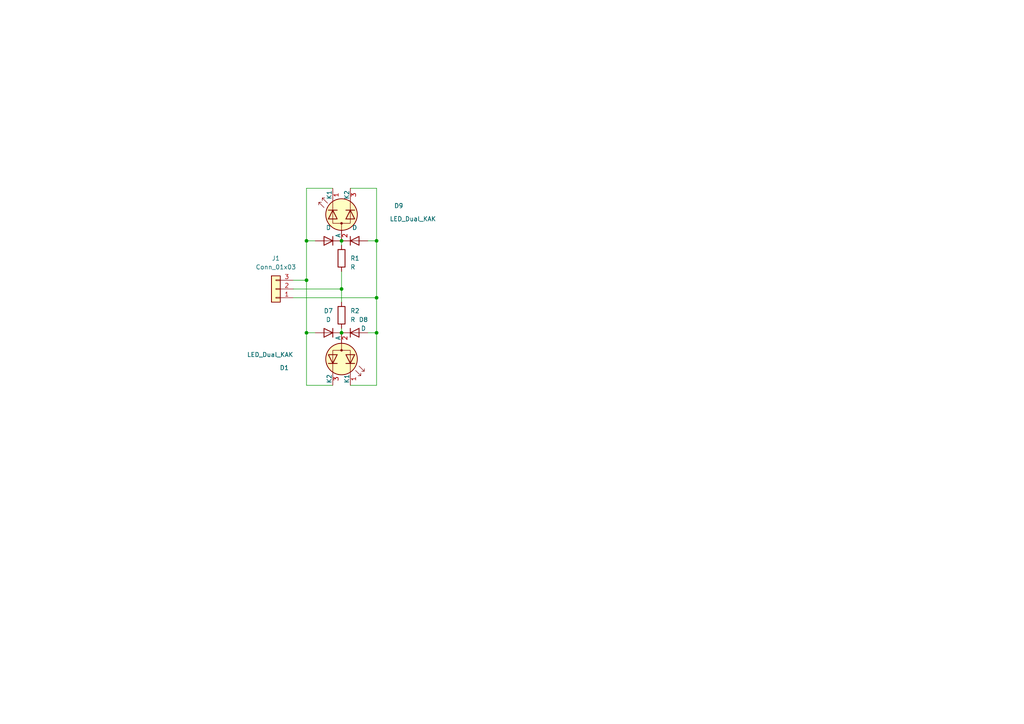
<source format=kicad_sch>
(kicad_sch (version 20230121) (generator eeschema)
  (paper "A4")
  (lib_symbols
    (symbol "Connector_Generic:Conn_01x03" (pin_names (offset 1.016) hide)
      (property "Reference" "J" (at 0 5.08 0))
      (property "Value" "Conn_01x03" (at 0 -5.08 0))
      (symbol "Conn_01x03_1_1"
        (rectangle (start -1.27 -2.413) (end 0 -2.667) (stroke (width 0.1524)))
        (rectangle (start -1.27 0.127) (end 0 -0.127) (stroke (width 0.1524)))
        (rectangle (start -1.27 2.667) (end 0 2.413) (stroke (width 0.1524)))
        (rectangle (start -1.27 3.81) (end 1.27 -3.81) (stroke (width 0.254)) (fill (type background)))
        (pin passive line (at -5.08 2.54 0) (length 3.81) (name "Pin_1") (number "1"))
        (pin passive line (at -5.08 0 0) (length 3.81) (name "Pin_2") (number "2"))
        (pin passive line (at -5.08 -2.54 0) (length 3.81) (name "Pin_3") (number "3"))
      )
    )
    (symbol "Device:D" (pin_numbers hide) (pin_names (offset 1.016) hide)
      (property "Reference" "D" (at 0 2.54 0))
      (property "Value" "D" (at 0 -2.54 0))
      (symbol "D_0_1"
        (polyline (pts (xy -1.27 1.27) (xy -1.27 -1.27)) (stroke (width 0.254)))
        (polyline (pts (xy 1.27 0) (xy -1.27 0)))
        (polyline (pts (xy 1.27 1.27) (xy 1.27 -1.27) (xy -1.27 0) (xy 1.27 1.27)) (stroke (width 0.254)))
      )
      (symbol "D_1_1"
        (pin passive line (at -3.81 0 0) (length 2.54) (name "K") (number "1"))
        (pin passive line (at 3.81 0 180) (length 2.54) (name "A") (number "2"))
      )
    )
    (symbol "Device:LED_Dual_KAK" (pin_names (offset 0))
      (property "Reference" "D" (at 0 5.715 0))
      (property "Value" "LED_Dual_KAK" (at 0 -6.35 0))
      (symbol "LED_Dual_KAK_0_1"
        (circle (center -2.54 0) (radius 0.2794) (fill (type outline)))
        (polyline (pts (xy -4.572 0) (xy -2.54 0)))
        (polyline (pts (xy 1.27 -1.27) (xy 1.27 -3.81)) (stroke (width 0.254)))
        (polyline (pts (xy 1.27 3.81) (xy 1.27 1.27)) (stroke (width 0.254)))
        (polyline (pts (xy 3.81 -2.54) (xy 1.905 -2.54)))
        (polyline (pts (xy 3.81 2.54) (xy 1.905 2.54)))
        (polyline (pts (xy -1.27 -1.27) (xy -1.27 -3.81) (xy 1.27 -2.54) (xy -1.27 -1.27)) (stroke (width 0.254)))
        (polyline (pts (xy -1.27 3.81) (xy -1.27 1.27) (xy 1.27 2.54) (xy -1.27 3.81)) (stroke (width 0.254)))
        (polyline (pts (xy 2.032 2.54) (xy -2.54 2.54) (xy -2.54 -2.54) (xy 2.032 -2.54)))
        (polyline (pts (xy 2.032 5.08) (xy 3.556 6.604) (xy 2.794 6.604) (xy 3.556 6.604) (xy 3.556 5.842)))
        (polyline (pts (xy 3.302 4.064) (xy 4.826 5.588) (xy 4.064 5.588) (xy 4.826 5.588) (xy 4.826 4.826)))
        (circle (center 0 0) (radius 4.572) (stroke (width 0.254)) (fill (type background)))
      )
      (symbol "LED_Dual_KAK_1_1"
        (pin input line (at 7.62 2.54 180) (length 3.81) (name "K1") (number "1"))
        (pin input line (at -7.62 0 0) (length 3.048) (name "A") (number "2"))
        (pin input line (at 7.62 -2.54 180) (length 3.81) (name "K2") (number "3"))
      )
    )
    (symbol "Device:R" (pin_numbers hide) (pin_names (offset 0))
      (property "Reference" "R" (at 2.032 0 90))
      (property "Value" "R" (at 0 0 90))
      (symbol "R_0_1"
        (rectangle (start -1.016 -2.54) (end 1.016 2.54) (stroke (width 0.254)))
      )
      (symbol "R_1_1"
        (pin passive line (at 0 3.81 270) (length 1.27) (name "~") (number "1"))
        (pin passive line (at 0 -3.81 90) (length 1.27) (name "~") (number "2"))
      )
    )
  )
  (junction (at 88.9 81.28))
  (junction (at 99.06 83.82))
  (junction (at 99.06 69.85))
  (junction (at 109.22 69.85))
  (junction (at 99.06 96.52))
  (junction (at 88.9 69.85))
  (junction (at 88.9 96.52))
  (junction (at 109.22 86.36))
  (junction (at 109.22 96.52))
  (wire (pts (xy 99.06 83.82) (xy 99.06 78.74)))
  (wire (pts (xy 96.52 111.76) (xy 88.9 111.76)))
  (wire (pts (xy 88.9 96.52) (xy 91.44 96.52)))
  (wire (pts (xy 109.22 69.85) (xy 109.22 86.36)))
  (wire (pts (xy 109.22 54.61) (xy 109.22 69.85)))
  (wire (pts (xy 99.06 83.82) (xy 99.06 87.63)))
  (wire (pts (xy 109.22 111.76) (xy 109.22 96.52)))
  (wire (pts (xy 88.9 81.28) (xy 88.9 96.52)))
  (wire (pts (xy 99.06 71.12) (xy 99.06 69.85)))
  (wire (pts (xy 99.06 95.25) (xy 99.06 96.52)))
  (wire (pts (xy 88.9 69.85) (xy 88.9 81.28)))
  (wire (pts (xy 106.68 69.85) (xy 109.22 69.85)))
  (wire (pts (xy 101.6 111.76) (xy 109.22 111.76)))
  (wire (pts (xy 88.9 54.61) (xy 88.9 69.85)))
  (wire (pts (xy 101.6 54.61) (xy 109.22 54.61)))
  (wire (pts (xy 85.09 81.28) (xy 88.9 81.28)))
  (wire (pts (xy 109.22 86.36) (xy 109.22 96.52)))
  (wire (pts (xy 85.09 86.36) (xy 109.22 86.36)))
  (wire (pts (xy 85.09 83.82) (xy 99.06 83.82)))
  (wire (pts (xy 96.52 54.61) (xy 88.9 54.61)))
  (wire (pts (xy 88.9 69.85) (xy 91.44 69.85)))
  (wire (pts (xy 88.9 111.76) (xy 88.9 96.52)))
  (wire (pts (xy 106.68 96.52) (xy 109.22 96.52)))
  (symbol (lib_id "Device:D") (at 95.25 69.85 180) (unit 1)
    (property "Reference" "D5" (effects hide))
    (property "Value" "D" (at 95.25 66.04 0))
    (property "Footprint" "Diode_THT:D_DO-34_SOD68_P7.62mm_Horizontal" (effects hide))
    (property "Sim.Device" "D" (effects hide))
    (property "Sim.Pins" "1=K 2=A" (effects hide))
  )
  (symbol (lib_id "Device:R") (at 99.06 74.93 180) (unit 1)
    (property "Reference" "R1" (at 101.6 74.93 0) (effects (justify right)))
    (property "Value" "R" (at 101.6 77.47 0) (effects (justify right)))
    (property "Footprint" "Resistor_THT:R_Axial_DIN0204_L3.6mm_D1.6mm_P7.62mm_Horizontal" (effects hide))
  )
  (symbol (lib_id "Device:D") (at 102.87 96.52 0) (unit 1)
    (property "Reference" "D8" (at 105.41 92.71 0))
    (property "Value" "D" (at 105.41 95.25 0))
    (property "Footprint" "Diode_THT:D_DO-34_SOD68_P7.62mm_Horizontal" (effects hide))
    (property "Sim.Device" "D" (effects hide))
    (property "Sim.Pins" "1=K 2=A" (effects hide))
  )
  (symbol (lib_id "Device:LED_Dual_KAK") (at 99.06 104.14 270) (unit 1)
    (property "Reference" "D1" (at 83.82 106.68 90) (effects (justify right)))
    (property "Value" "LED_Dual_KAK" (at 85.09 102.87 90) (effects (justify right)))
    (property "Footprint" "LED_THT:LED_D3.0mm-3" (effects hide))
  )
  (symbol (lib_id "Device:R") (at 99.06 91.44 180) (unit 1)
    (property "Reference" "R2" (at 101.6 90.17 0) (effects (justify right)))
    (property "Value" "R" (at 101.6 92.71 0) (effects (justify right)))
    (property "Footprint" "Resistor_THT:R_Axial_DIN0204_L3.6mm_D1.6mm_P7.62mm_Horizontal" (effects hide))
  )
  (symbol (lib_id "Device:LED_Dual_KAK") (at 99.06 62.23 90) (unit 1)
    (property "Reference" "D9" (at 114.3 59.69 90) (effects (justify right)))
    (property "Value" "LED_Dual_KAK" (at 113.03 63.5 90) (effects (justify right)))
    (property "Footprint" "LED_THT:LED_D3.0mm-3" (effects hide))
  )
  (symbol (lib_id "Connector_Generic:Conn_01x03") (at 80.01 83.82 180) (unit 1)
    (property "Reference" "J1" (at 80.01 74.93 0))
    (property "Value" "Conn_01x03" (at 80.01 77.47 0))
    (property "Footprint" "TerminalBlock_Phoenix:TerminalBlock_Phoenix_MKDS-1,5-3-5.08_1x03_P5.08mm_Horizontal" (effects hide))
  )
  (symbol (lib_id "Device:D") (at 102.87 69.85 0) (unit 1)
    (property "Reference" "D6" (effects hide))
    (property "Value" "D" (at 102.87 66.04 0))
    (property "Footprint" "Diode_THT:D_DO-34_SOD68_P7.62mm_Horizontal" (effects hide))
    (property "Sim.Device" "D" (effects hide))
    (property "Sim.Pins" "1=K 2=A" (effects hide))
  )
  (symbol (lib_id "Device:D") (at 95.25 96.52 180) (unit 1)
    (property "Reference" "D7" (at 95.25 90.17 0))
    (property "Value" "D" (at 95.25 92.71 0))
    (property "Footprint" "Diode_THT:D_DO-34_SOD68_P7.62mm_Horizontal" (effects hide))
    (property "Sim.Device" "D" (effects hide))
    (property "Sim.Pins" "1=K 2=A" (effects hide))
  )
)
</source>
